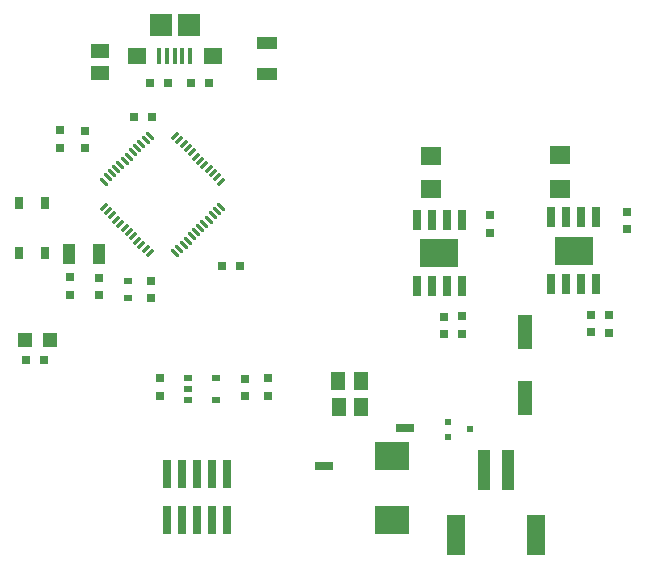
<source format=gtp>
G04 Layer_Color=7318015*
%FSLAX25Y25*%
%MOIN*%
G70*
G01*
G75*
%ADD10R,0.05906X0.13780*%
%ADD11R,0.03937X0.13780*%
%ADD12R,0.02165X0.02362*%
%ADD13R,0.04724X0.04724*%
%ADD14R,0.11811X0.09764*%
%ADD15R,0.03150X0.03150*%
%ADD16R,0.01575X0.05315*%
%ADD17R,0.06299X0.05512*%
%ADD18R,0.07480X0.07480*%
%ADD19R,0.12992X0.09488*%
%ADD20R,0.02559X0.06890*%
G04:AMPARAMS|DCode=21|XSize=33.46mil|YSize=12.6mil|CornerRadius=5.04mil|HoleSize=0mil|Usage=FLASHONLY|Rotation=135.000|XOffset=0mil|YOffset=0mil|HoleType=Round|Shape=RoundedRectangle|*
%AMROUNDEDRECTD21*
21,1,0.03346,0.00252,0,0,135.0*
21,1,0.02338,0.01260,0,0,135.0*
1,1,0.01008,-0.00738,0.00916*
1,1,0.01008,0.00916,-0.00738*
1,1,0.01008,0.00738,-0.00916*
1,1,0.01008,-0.00916,0.00738*
%
%ADD21ROUNDEDRECTD21*%
G04:AMPARAMS|DCode=22|XSize=33.46mil|YSize=12.6mil|CornerRadius=5.04mil|HoleSize=0mil|Usage=FLASHONLY|Rotation=45.000|XOffset=0mil|YOffset=0mil|HoleType=Round|Shape=RoundedRectangle|*
%AMROUNDEDRECTD22*
21,1,0.03346,0.00252,0,0,45.0*
21,1,0.02338,0.01260,0,0,45.0*
1,1,0.01008,0.00916,0.00738*
1,1,0.01008,-0.00738,-0.00916*
1,1,0.01008,-0.00916,-0.00738*
1,1,0.01008,0.00738,0.00916*
%
%ADD22ROUNDEDRECTD22*%
%ADD23R,0.02559X0.04134*%
%ADD24R,0.03150X0.02165*%
%ADD25R,0.04724X0.11811*%
%ADD26R,0.03937X0.07087*%
%ADD27R,0.07098X0.06299*%
%ADD28R,0.03150X0.02362*%
%ADD29R,0.03150X0.03150*%
%ADD30R,0.05906X0.04882*%
%ADD31R,0.06693X0.04331*%
%ADD32R,0.04882X0.05906*%
%ADD33R,0.02992X0.09449*%
%ADD34R,0.06299X0.03150*%
D10*
X581006Y983282D02*
D03*
X554628D02*
D03*
D11*
X571754Y1004935D02*
D03*
X563880D02*
D03*
D12*
X551912Y1020994D02*
D03*
Y1015876D02*
D03*
X559196Y1018435D02*
D03*
D13*
X419188Y1048335D02*
D03*
X410920D02*
D03*
D14*
X533254Y988336D02*
D03*
Y1009517D02*
D03*
D15*
X611554Y1090989D02*
D03*
Y1085083D02*
D03*
X599554Y1056688D02*
D03*
Y1050782D02*
D03*
X422654Y1112282D02*
D03*
Y1118188D02*
D03*
X452954Y1067988D02*
D03*
Y1062082D02*
D03*
X425754Y1063183D02*
D03*
Y1069088D02*
D03*
X435454Y1063083D02*
D03*
Y1068989D02*
D03*
X430754Y1112082D02*
D03*
Y1117988D02*
D03*
X455854Y1035588D02*
D03*
Y1029683D02*
D03*
X484054Y1035289D02*
D03*
Y1029383D02*
D03*
X491754Y1035388D02*
D03*
Y1029482D02*
D03*
X565854Y1089888D02*
D03*
Y1083982D02*
D03*
X550354Y1055989D02*
D03*
Y1050082D02*
D03*
X556354Y1056089D02*
D03*
Y1050183D02*
D03*
X605354Y1056489D02*
D03*
Y1050583D02*
D03*
D16*
X465872Y1142836D02*
D03*
X463313D02*
D03*
X460754D02*
D03*
X458195D02*
D03*
X455636D02*
D03*
D17*
X473352D02*
D03*
X448156D02*
D03*
D18*
X465478Y1153368D02*
D03*
X456030D02*
D03*
D19*
X548854Y1077135D02*
D03*
X593754Y1078036D02*
D03*
D20*
X556354Y1088159D02*
D03*
X551354D02*
D03*
X546354D02*
D03*
X541354D02*
D03*
X556354Y1066112D02*
D03*
X551354D02*
D03*
X546354D02*
D03*
X541354D02*
D03*
X586254Y1067012D02*
D03*
X591254D02*
D03*
X596254D02*
D03*
X601254D02*
D03*
X586254Y1089059D02*
D03*
X591254D02*
D03*
X596254D02*
D03*
X601254D02*
D03*
D21*
X437097Y1100981D02*
D03*
X438489Y1102373D02*
D03*
X439881Y1103765D02*
D03*
X441273Y1105157D02*
D03*
X442665Y1106549D02*
D03*
X444057Y1107941D02*
D03*
X445449Y1109333D02*
D03*
X446841Y1110725D02*
D03*
X448233Y1112117D02*
D03*
X449625Y1113509D02*
D03*
X451016Y1114900D02*
D03*
X452409Y1116293D02*
D03*
X476211Y1092490D02*
D03*
X474819Y1091098D02*
D03*
X473427Y1089706D02*
D03*
X472035Y1088314D02*
D03*
X470644Y1086922D02*
D03*
X469251Y1085530D02*
D03*
X467860Y1084138D02*
D03*
X466467Y1082746D02*
D03*
X465076Y1081355D02*
D03*
X463684Y1079962D02*
D03*
X462292Y1078571D02*
D03*
X460900Y1077178D02*
D03*
D22*
Y1116293D02*
D03*
X462292Y1114900D02*
D03*
X463684Y1113509D02*
D03*
X465076Y1112117D02*
D03*
X466467Y1110725D02*
D03*
X467860Y1109333D02*
D03*
X469251Y1107941D02*
D03*
X470644Y1106549D02*
D03*
X472035Y1105157D02*
D03*
X473427Y1103765D02*
D03*
X474819Y1102373D02*
D03*
X476211Y1100981D02*
D03*
X452409Y1077178D02*
D03*
X451016Y1078571D02*
D03*
X449625Y1079962D02*
D03*
X448233Y1081355D02*
D03*
X446841Y1082746D02*
D03*
X445449Y1084138D02*
D03*
X444057Y1085530D02*
D03*
X442665Y1086922D02*
D03*
X441273Y1088314D02*
D03*
X439881Y1089706D02*
D03*
X438489Y1091098D02*
D03*
X437097Y1092490D02*
D03*
D23*
X408922Y1077367D02*
D03*
Y1093705D02*
D03*
X417386Y1077367D02*
D03*
Y1093705D02*
D03*
D24*
X465030Y1035676D02*
D03*
Y1031936D02*
D03*
Y1028195D02*
D03*
X474478D02*
D03*
Y1035676D02*
D03*
D25*
X577354Y1050759D02*
D03*
Y1028712D02*
D03*
D26*
X425633Y1077036D02*
D03*
X435475D02*
D03*
D27*
X589254Y1098637D02*
D03*
Y1109834D02*
D03*
X546254Y1098438D02*
D03*
Y1109634D02*
D03*
D28*
X445154Y1062280D02*
D03*
Y1067791D02*
D03*
D29*
X411301Y1041436D02*
D03*
X417207D02*
D03*
X453007Y1122536D02*
D03*
X447101D02*
D03*
X476601Y1073036D02*
D03*
X482507D02*
D03*
X472007Y1134035D02*
D03*
X466101D02*
D03*
X452601D02*
D03*
X458507D02*
D03*
D30*
X435754Y1137096D02*
D03*
Y1144576D02*
D03*
D31*
X491654Y1136720D02*
D03*
Y1147350D02*
D03*
D32*
X522994Y1026035D02*
D03*
X515514D02*
D03*
X515214Y1034636D02*
D03*
X522694D02*
D03*
D33*
X458054Y988158D02*
D03*
X463054D02*
D03*
X468054D02*
D03*
X473054D02*
D03*
X478054D02*
D03*
X458054Y1003513D02*
D03*
X463054D02*
D03*
X468054D02*
D03*
X473054D02*
D03*
X478054D02*
D03*
D34*
X537354Y1018736D02*
D03*
X510654Y1006336D02*
D03*
M02*

</source>
